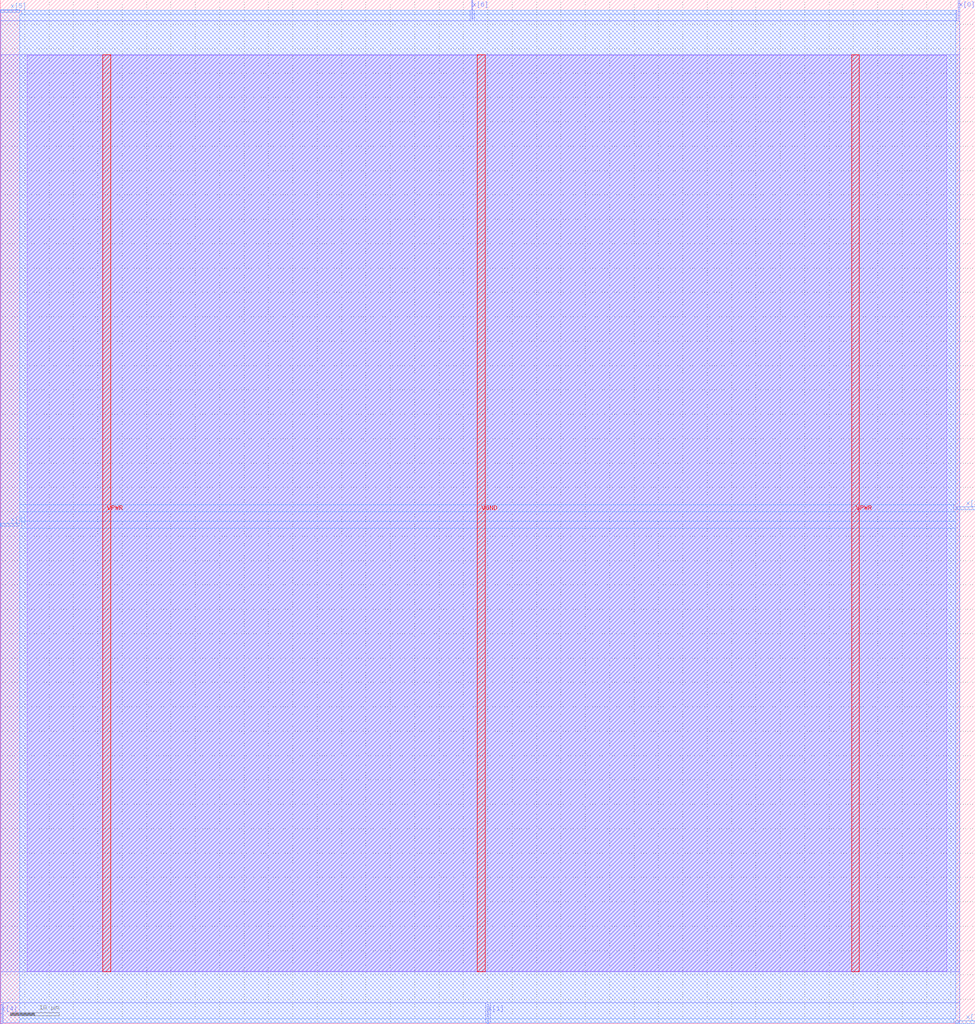
<source format=lef>
VERSION 5.7 ;
  NOWIREEXTENSIONATPIN ON ;
  DIVIDERCHAR "/" ;
  BUSBITCHARS "[]" ;
MACRO tie_array
  CLASS BLOCK ;
  FOREIGN tie_array ;
  ORIGIN 0.000 0.000 ;
  SIZE 200.000 BY 210.000 ;
  PIN VGND
    DIRECTION INOUT ;
    USE GROUND ;
    PORT
      LAYER met4 ;
        RECT 97.840 10.640 99.440 198.800 ;
    END
  END VGND
  PIN VPWR
    DIRECTION INOUT ;
    USE POWER ;
    PORT
      LAYER met4 ;
        RECT 21.040 10.640 22.640 198.800 ;
    END
    PORT
      LAYER met4 ;
        RECT 174.640 10.640 176.240 198.800 ;
    END
  END VPWR
  PIN x[0]
    DIRECTION OUTPUT TRISTATE ;
    USE SIGNAL ;
    PORT
      LAYER met2 ;
        RECT 196.510 206.000 196.790 210.000 ;
    END
  END x[0]
  PIN x[1]
    DIRECTION OUTPUT TRISTATE ;
    USE SIGNAL ;
    PORT
      LAYER met2 ;
        RECT 99.910 0.000 100.190 4.000 ;
    END
  END x[1]
  PIN x[2]
    DIRECTION OUTPUT TRISTATE ;
    USE SIGNAL ;
    PORT
      LAYER met3 ;
        RECT 196.000 105.440 200.000 106.040 ;
    END
  END x[2]
  PIN x[3]
    DIRECTION OUTPUT TRISTATE ;
    USE SIGNAL ;
    PORT
      LAYER met3 ;
        RECT 0.000 102.040 4.000 102.640 ;
    END
  END x[3]
  PIN x[4]
    DIRECTION OUTPUT TRISTATE ;
    USE SIGNAL ;
    PORT
      LAYER met2 ;
        RECT 0.090 0.000 0.370 4.000 ;
    END
  END x[4]
  PIN x[5]
    DIRECTION OUTPUT TRISTATE ;
    USE SIGNAL ;
    PORT
      LAYER met3 ;
        RECT 0.000 207.440 4.000 208.040 ;
    END
  END x[5]
  PIN x[6]
    DIRECTION OUTPUT TRISTATE ;
    USE SIGNAL ;
    PORT
      LAYER met2 ;
        RECT 96.690 206.000 96.970 210.000 ;
    END
  END x[6]
  PIN x[7]
    DIRECTION OUTPUT TRISTATE ;
    USE SIGNAL ;
    PORT
      LAYER met3 ;
        RECT 196.000 0.040 200.000 0.640 ;
    END
  END x[7]
  OBS
      LAYER li1 ;
        RECT 5.520 10.795 194.120 198.645 ;
      LAYER met1 ;
        RECT 0.070 10.640 196.810 198.800 ;
      LAYER met2 ;
        RECT 0.100 205.720 96.410 207.925 ;
        RECT 97.250 205.720 196.230 207.925 ;
        RECT 0.100 4.280 196.780 205.720 ;
        RECT 0.650 0.155 99.630 4.280 ;
        RECT 100.470 0.155 196.780 4.280 ;
      LAYER met3 ;
        RECT 4.400 207.040 196.000 207.905 ;
        RECT 4.000 106.440 196.000 207.040 ;
        RECT 4.000 105.040 195.600 106.440 ;
        RECT 4.000 103.040 196.000 105.040 ;
        RECT 4.400 101.640 196.000 103.040 ;
        RECT 4.000 1.040 196.000 101.640 ;
        RECT 4.000 0.175 195.600 1.040 ;
  END
END tie_array
END LIBRARY


</source>
